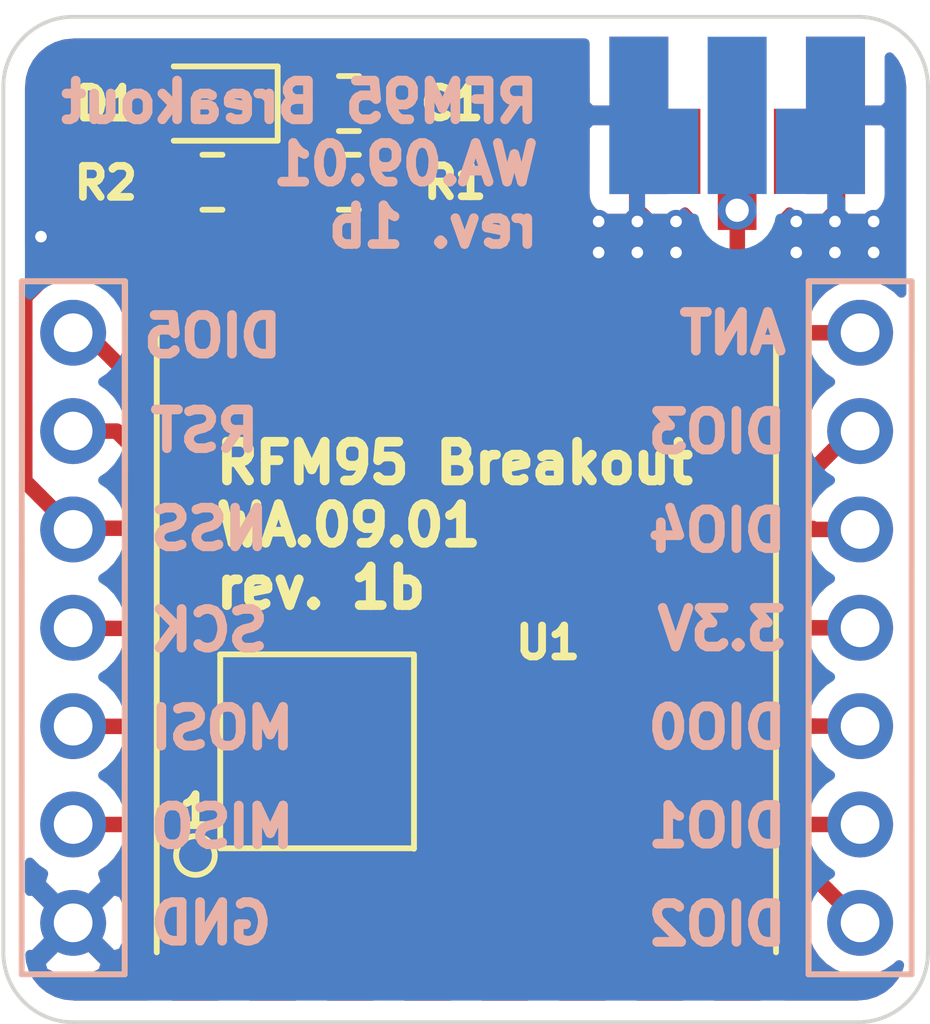
<source format=kicad_pcb>
(kicad_pcb (version 20171130) (host pcbnew 5.1.9+dfsg1-1)

  (general
    (thickness 1.6)
    (drawings 29)
    (tracks 96)
    (zones 0)
    (modules 8)
    (nets 16)
  )

  (page A4)
  (title_block
    (title "RFM95 Breakout Board")
    (date 2018-10-14)
    (rev 1b)
    (company WA)
  )

  (layers
    (0 F.Cu signal)
    (31 B.Cu signal)
    (32 B.Adhes user)
    (33 F.Adhes user)
    (34 B.Paste user)
    (35 F.Paste user)
    (36 B.SilkS user)
    (37 F.SilkS user)
    (38 B.Mask user)
    (39 F.Mask user)
    (40 Dwgs.User user)
    (41 Cmts.User user)
    (42 Eco1.User user)
    (43 Eco2.User user)
    (44 Edge.Cuts user)
    (45 Margin user)
    (46 B.CrtYd user)
    (47 F.CrtYd user)
    (48 B.Fab user)
    (49 F.Fab user)
  )

  (setup
    (last_trace_width 0.4)
    (user_trace_width 0.508)
    (user_trace_width 0.6)
    (user_trace_width 1)
    (trace_clearance 0.2)
    (zone_clearance 0.508)
    (zone_45_only no)
    (trace_min 0.4)
    (via_size 0.8)
    (via_drill 0.4)
    (via_min_size 0.4)
    (via_min_drill 0.3)
    (uvia_size 0.3)
    (uvia_drill 0.1)
    (uvias_allowed no)
    (uvia_min_size 0.2)
    (uvia_min_drill 0.1)
    (edge_width 0.1)
    (segment_width 0.1)
    (pcb_text_width 0.3)
    (pcb_text_size 1.5 1.5)
    (mod_edge_width 0.15)
    (mod_text_size 1 1)
    (mod_text_width 0.25)
    (pad_size 1.7 1.7)
    (pad_drill 1)
    (pad_to_mask_clearance 0.2)
    (solder_mask_min_width 0.25)
    (aux_axis_origin 0 0)
    (visible_elements 7FFFFFFF)
    (pcbplotparams
      (layerselection 0x00000_7fffffff)
      (usegerberextensions true)
      (usegerberattributes false)
      (usegerberadvancedattributes false)
      (creategerberjobfile false)
      (excludeedgelayer true)
      (linewidth 0.100000)
      (plotframeref false)
      (viasonmask false)
      (mode 1)
      (useauxorigin false)
      (hpglpennumber 1)
      (hpglpenspeed 20)
      (hpglpendiameter 15.000000)
      (psnegative true)
      (psa4output false)
      (plotreference false)
      (plotvalue false)
      (plotinvisibletext false)
      (padsonsilk true)
      (subtractmaskfromsilk false)
      (outputformat 5)
      (mirror true)
      (drillshape 1)
      (scaleselection 1)
      (outputdirectory "svg/"))
  )

  (net 0 "")
  (net 1 GND)
  (net 2 +3V3)
  (net 3 /MISO)
  (net 4 /MOSI)
  (net 5 /SCK)
  (net 6 /NSS)
  (net 7 /RST)
  (net 8 /DIO5)
  (net 9 /ANT)
  (net 10 /DIO3)
  (net 11 /DIO4)
  (net 12 /DIO0)
  (net 13 /DIO1)
  (net 14 /DIO2)
  (net 15 "Net-(D1-Pad2)")

  (net_class Default "This is the default net class."
    (clearance 0.2)
    (trace_width 0.4)
    (via_dia 0.8)
    (via_drill 0.4)
    (uvia_dia 0.3)
    (uvia_drill 0.1)
    (diff_pair_width 0.4)
    (diff_pair_gap 0.25)
    (add_net +3V3)
    (add_net /ANT)
    (add_net /DIO0)
    (add_net /DIO1)
    (add_net /DIO2)
    (add_net /DIO3)
    (add_net /DIO4)
    (add_net /DIO5)
    (add_net /MISO)
    (add_net /MOSI)
    (add_net /NSS)
    (add_net /RST)
    (add_net /SCK)
    (add_net GND)
    (add_net "Net-(D1-Pad2)")
  )

  (module lib_fp:RFM95W (layer F.Cu) (tedit 5DB5802F) (tstamp 5DB5AB91)
    (at 128.1303 92.2782 90)
    (path /5DB4FF16)
    (attr smd)
    (fp_text reference U1 (at 0 2.1082 180) (layer F.SilkS)
      (effects (font (size 0.8 0.8) (thickness 0.2)))
    )
    (fp_text value RFM95W (at 0 -9 90) (layer F.Fab)
      (effects (font (size 1 1) (thickness 0.15)))
    )
    (fp_circle (center -5.5 -7) (end -5.5 -6.5) (layer F.SilkS) (width 0.15))
    (fp_line (start -8 8) (end 8 8) (layer F.SilkS) (width 0.15))
    (fp_line (start -8 -8) (end 8 -8) (layer F.SilkS) (width 0.15))
    (pad 16 smd rect (at 8 -7 90) (size 2.5 1.2) (layers F.Cu F.Paste F.Mask)
      (net 14 /DIO2))
    (pad 15 smd rect (at 8 -5 90) (size 2.5 1.2) (layers F.Cu F.Paste F.Mask)
      (net 13 /DIO1))
    (pad 14 smd rect (at 8 -3 90) (size 2.5 1.2) (layers F.Cu F.Paste F.Mask)
      (net 12 /DIO0))
    (pad 13 smd rect (at 8 -1 90) (size 2.5 1.2) (layers F.Cu F.Paste F.Mask)
      (net 2 +3V3))
    (pad 12 smd rect (at 8 1 90) (size 2.5 1.2) (layers F.Cu F.Paste F.Mask)
      (net 11 /DIO4))
    (pad 11 smd rect (at 8 3 90) (size 2.5 1.2) (layers F.Cu F.Paste F.Mask)
      (net 10 /DIO3))
    (pad 10 smd rect (at 8 5 90) (size 2.5 1.2) (layers F.Cu F.Paste F.Mask)
      (net 1 GND))
    (pad 9 smd rect (at 8 7 90) (size 2.5 1.2) (layers F.Cu F.Paste F.Mask)
      (net 9 /ANT))
    (pad 8 smd rect (at -8 7 90) (size 2.5 1.2) (layers F.Cu F.Paste F.Mask)
      (net 1 GND))
    (pad 7 smd rect (at -8 5 90) (size 2.5 1.2) (layers F.Cu F.Paste F.Mask)
      (net 8 /DIO5))
    (pad 6 smd rect (at -8 3 90) (size 2.5 1.2) (layers F.Cu F.Paste F.Mask)
      (net 7 /RST))
    (pad 5 smd rect (at -8 1 90) (size 2.5 1.2) (layers F.Cu F.Paste F.Mask)
      (net 6 /NSS))
    (pad 4 smd rect (at -8 -1 90) (size 2.5 1.2) (layers F.Cu F.Paste F.Mask)
      (net 5 /SCK))
    (pad 3 smd rect (at -8 -3 90) (size 2.5 1.2) (layers F.Cu F.Paste F.Mask)
      (net 4 /MOSI))
    (pad 2 smd rect (at -8 -5 90) (size 2.5 1.2) (layers F.Cu F.Paste F.Mask)
      (net 3 /MISO))
    (pad 1 smd rect (at -8 -7 90) (size 2.5 1.2) (layers F.Cu F.Paste F.Mask)
      (net 1 GND))
    (model C:/Engineering/KiCAD_Libraries/3D/Modules/VRML/RFM95W.wrl
      (at (xyz 0 0 0))
      (scale (xyz 1 1 1))
      (rotate (xyz 0 0 0))
    )
    (model ${KIPRJMOD}/lib_3D/RFM9xW.step
      (offset (xyz 8 8 1))
      (scale (xyz 1 1 1))
      (rotate (xyz 0 0 180))
    )
  )

  (module lib_fp:Connector_Coaxial_SMA_edge_combined (layer B.Cu) (tedit 5DB57469) (tstamp 5DB58A29)
    (at 135.1262 78.6638 180)
    (path /5BC28DAD)
    (fp_text reference J3 (at 3.224 -1.4224) (layer B.SilkS) hide
      (effects (font (size 1 1) (thickness 0.25)) (justify mirror))
    )
    (fp_text value Conn_Coaxial (at 0.9507 0.7874) (layer B.SilkS) hide
      (effects (font (size 1 1) (thickness 0.25)) (justify mirror))
    )
    (pad 1 thru_hole circle (at 0 -2.45 180) (size 1 1) (drill 0.6) (layers *.Cu *.Mask)
      (net 9 /ANT))
    (pad 1 smd rect (at 0 -2.435 180) (size 1 1.05) (layers F.Cu F.Paste F.Mask)
      (net 9 /ANT))
    (pad 2 smd rect (at -1.475 -0.93 180) (size 1.05 2.2) (layers F.Cu F.Paste F.Mask)
      (net 1 GND))
    (pad 2 smd rect (at 1.475 -0.93 180) (size 1.05 2.2) (layers F.Cu F.Paste F.Mask)
      (net 1 GND))
    (pad 2 smd rect (at -1.53 -0.93 180) (size 1.05 2.2) (layers B.Cu B.Paste B.Mask)
      (net 1 GND))
    (pad 2 smd rect (at 1.53 -0.93 180) (size 1.05 2.2) (layers B.Cu B.Paste B.Mask)
      (net 1 GND))
    (pad 1 smd rect (at 0 0 180) (size 1.524 4.064) (layers B.Cu B.Paste B.Mask)
      (net 9 /ANT))
    (pad 2 smd rect (at -2.54 0 180) (size 1.524 4.064) (layers B.Cu B.Paste B.Mask)
      (net 1 GND))
    (pad 2 smd rect (at 2.54 0 180) (size 1.524 4.064) (layers B.Cu B.Paste B.Mask)
      (net 1 GND))
    (pad 2 smd rect (at -2.54 0 180) (size 1.524 4.064) (layers F.Cu F.Paste F.Mask)
      (net 1 GND))
    (pad 2 smd rect (at 2.54 0 180) (size 1.524 4.064) (layers F.Cu F.Paste F.Mask)
      (net 1 GND))
    (model ${KIPRJMOD}/lib_3D/Connector_Coaxial_SMA_edge_clear.wrl
      (at (xyz 0 0 0))
      (scale (xyz 1 1 1))
      (rotate (xyz 180 180 0))
    )
    (model "${KIPRJMOD}/lib_3D/Connector Coaxial U.FL_Hirose_U.FL-R-SMT-1_Vertical.step"
      (offset (xyz 0 -0.9 -2))
      (scale (xyz 1 1 1))
      (rotate (xyz 180 0 0))
    )
    (model ${KIPRJMOD}/lib_3D/Connector_Coaxial_SMA_edge_clear.step
      (offset (xyz 0 2.7 -1))
      (scale (xyz 1 1 1))
      (rotate (xyz 90 180 0))
    )
  )

  (module Capacitor_SMD:C_0805_2012Metric (layer F.Cu) (tedit 5BC3373A) (tstamp 5BCEC584)
    (at 125.095 78.359)
    (descr "Capacitor SMD 0805 (2012 Metric), square (rectangular) end terminal, IPC_7351 nominal, (Body size source: https://docs.google.com/spreadsheets/d/1BsfQQcO9C6DZCsRaXUlFlo91Tg2WpOkGARC1WS5S8t0/edit?usp=sharing), generated with kicad-footprint-generator")
    (tags capacitor)
    (path /5BC27990)
    (attr smd)
    (fp_text reference C1 (at 2.667 0 180) (layer F.SilkS)
      (effects (font (size 0.8 0.8) (thickness 0.2)))
    )
    (fp_text value 10uF (at 0.127 -1.651 180) (layer F.Fab)
      (effects (font (size 1 1) (thickness 0.25)))
    )
    (fp_line (start -1 0.6) (end -1 -0.6) (layer F.Fab) (width 0.15))
    (fp_line (start -1 -0.6) (end 1 -0.6) (layer F.Fab) (width 0.15))
    (fp_line (start 1 -0.6) (end 1 0.6) (layer F.Fab) (width 0.15))
    (fp_line (start 1 0.6) (end -1 0.6) (layer F.Fab) (width 0.15))
    (fp_line (start -0.258578 -0.71) (end 0.258578 -0.71) (layer F.SilkS) (width 0.15))
    (fp_line (start -0.258578 0.71) (end 0.258578 0.71) (layer F.SilkS) (width 0.15))
    (fp_line (start -1.68 0.95) (end -1.68 -0.95) (layer F.CrtYd) (width 0.05))
    (fp_line (start -1.68 -0.95) (end 1.68 -0.95) (layer F.CrtYd) (width 0.05))
    (fp_line (start 1.68 -0.95) (end 1.68 0.95) (layer F.CrtYd) (width 0.05))
    (fp_line (start 1.68 0.95) (end -1.68 0.95) (layer F.CrtYd) (width 0.05))
    (fp_text user %R (at 0 0 180) (layer F.Fab)
      (effects (font (size 1 1) (thickness 0.25)))
    )
    (pad 2 smd roundrect (at 0.9375 0) (size 0.975 1.4) (layers F.Cu F.Paste F.Mask) (roundrect_rratio 0.25)
      (net 2 +3V3))
    (pad 1 smd roundrect (at -0.9375 0) (size 0.975 1.4) (layers F.Cu F.Paste F.Mask) (roundrect_rratio 0.25)
      (net 1 GND))
    (model ${KISYS3DMOD}/Capacitor_SMD.3dshapes/C_0805_2012Metric.wrl
      (at (xyz 0 0 0))
      (scale (xyz 1 1 1))
      (rotate (xyz 0 0 0))
    )
  )

  (module Resistor_SMD:R_0805_2012Metric (layer F.Cu) (tedit 5BC3375F) (tstamp 5C0B01AC)
    (at 125.095 80.391)
    (descr "Resistor SMD 0805 (2012 Metric), square (rectangular) end terminal, IPC_7351 nominal, (Body size source: https://docs.google.com/spreadsheets/d/1BsfQQcO9C6DZCsRaXUlFlo91Tg2WpOkGARC1WS5S8t0/edit?usp=sharing), generated with kicad-footprint-generator")
    (tags resistor)
    (path /5BC2924A)
    (attr smd)
    (fp_text reference R1 (at 2.7432 0.00254 180) (layer F.SilkS)
      (effects (font (size 0.8 0.8) (thickness 0.2)))
    )
    (fp_text value 10k (at 0 1.65 180) (layer F.Fab)
      (effects (font (size 1 1) (thickness 0.25)))
    )
    (fp_line (start 1.68 0.95) (end -1.68 0.95) (layer F.CrtYd) (width 0.05))
    (fp_line (start 1.68 -0.95) (end 1.68 0.95) (layer F.CrtYd) (width 0.05))
    (fp_line (start -1.68 -0.95) (end 1.68 -0.95) (layer F.CrtYd) (width 0.05))
    (fp_line (start -1.68 0.95) (end -1.68 -0.95) (layer F.CrtYd) (width 0.05))
    (fp_line (start -0.258578 0.71) (end 0.258578 0.71) (layer F.SilkS) (width 0.15))
    (fp_line (start -0.258578 -0.71) (end 0.258578 -0.71) (layer F.SilkS) (width 0.15))
    (fp_line (start 1 0.6) (end -1 0.6) (layer F.Fab) (width 0.15))
    (fp_line (start 1 -0.6) (end 1 0.6) (layer F.Fab) (width 0.15))
    (fp_line (start -1 -0.6) (end 1 -0.6) (layer F.Fab) (width 0.15))
    (fp_line (start -1 0.6) (end -1 -0.6) (layer F.Fab) (width 0.15))
    (fp_text user %R (at 0 0 180) (layer F.Fab)
      (effects (font (size 1 1) (thickness 0.25)))
    )
    (pad 1 smd roundrect (at -0.9375 0) (size 0.975 1.4) (layers F.Cu F.Paste F.Mask) (roundrect_rratio 0.25)
      (net 2 +3V3))
    (pad 2 smd roundrect (at 0.9375 0) (size 0.975 1.4) (layers F.Cu F.Paste F.Mask) (roundrect_rratio 0.25)
      (net 6 /NSS))
    (model ${KISYS3DMOD}/Resistor_SMD.3dshapes/R_0805_2012Metric.wrl
      (at (xyz 0 0 0))
      (scale (xyz 1 1 1))
      (rotate (xyz 0 0 0))
    )
  )

  (module LED_SMD:LED_0805_2012Metric (layer F.Cu) (tedit 5BC33745) (tstamp 5BDAC187)
    (at 121.56948 78.359 180)
    (descr "LED SMD 0805 (2012 Metric), square (rectangular) end terminal, IPC_7351 nominal, (Body size source: https://docs.google.com/spreadsheets/d/1BsfQQcO9C6DZCsRaXUlFlo91Tg2WpOkGARC1WS5S8t0/edit?usp=sharing), generated with kicad-footprint-generator")
    (tags diode)
    (path /5BC3DBA4)
    (attr smd)
    (fp_text reference D1 (at 2.72796 -0.00254 180) (layer F.SilkS)
      (effects (font (size 0.8 0.8) (thickness 0.2)))
    )
    (fp_text value LED (at 0.03048 1.651 180) (layer F.Fab)
      (effects (font (size 1 1) (thickness 0.25)))
    )
    (fp_line (start 1.68 0.95) (end -1.68 0.95) (layer F.CrtYd) (width 0.05))
    (fp_line (start 1.68 -0.95) (end 1.68 0.95) (layer F.CrtYd) (width 0.05))
    (fp_line (start -1.68 -0.95) (end 1.68 -0.95) (layer F.CrtYd) (width 0.05))
    (fp_line (start -1.68 0.95) (end -1.68 -0.95) (layer F.CrtYd) (width 0.05))
    (fp_line (start -1.685 0.96) (end 1 0.96) (layer F.SilkS) (width 0.15))
    (fp_line (start -1.685 -0.96) (end -1.685 0.96) (layer F.SilkS) (width 0.15))
    (fp_line (start 1 -0.96) (end -1.685 -0.96) (layer F.SilkS) (width 0.15))
    (fp_line (start 1 0.6) (end 1 -0.6) (layer F.Fab) (width 0.15))
    (fp_line (start -1 0.6) (end 1 0.6) (layer F.Fab) (width 0.15))
    (fp_line (start -1 -0.3) (end -1 0.6) (layer F.Fab) (width 0.15))
    (fp_line (start -0.7 -0.6) (end -1 -0.3) (layer F.Fab) (width 0.15))
    (fp_line (start 1 -0.6) (end -0.7 -0.6) (layer F.Fab) (width 0.15))
    (fp_text user %R (at 0 0 180) (layer F.Fab)
      (effects (font (size 1 1) (thickness 0.25)))
    )
    (pad 1 smd roundrect (at -0.9375 0 180) (size 0.975 1.4) (layers F.Cu F.Paste F.Mask) (roundrect_rratio 0.25)
      (net 1 GND))
    (pad 2 smd roundrect (at 0.9375 0 180) (size 0.975 1.4) (layers F.Cu F.Paste F.Mask) (roundrect_rratio 0.25)
      (net 15 "Net-(D1-Pad2)"))
    (model ${KISYS3DMOD}/LED_SMD.3dshapes/LED_0805_2012Metric.wrl
      (at (xyz 0 0 0))
      (scale (xyz 1 1 1))
      (rotate (xyz 0 0 0))
    )
  )

  (module Resistor_SMD:R_0805_2012Metric (layer F.Cu) (tedit 5BC33751) (tstamp 5BDAC198)
    (at 121.56948 80.391)
    (descr "Resistor SMD 0805 (2012 Metric), square (rectangular) end terminal, IPC_7351 nominal, (Body size source: https://docs.google.com/spreadsheets/d/1BsfQQcO9C6DZCsRaXUlFlo91Tg2WpOkGARC1WS5S8t0/edit?usp=sharing), generated with kicad-footprint-generator")
    (tags resistor)
    (path /5BC3DC52)
    (attr smd)
    (fp_text reference R2 (at -2.7559 0.01778) (layer F.SilkS)
      (effects (font (size 0.8 0.8) (thickness 0.2)))
    )
    (fp_text value 330 (at 0 1.65) (layer F.Fab)
      (effects (font (size 1 1) (thickness 0.25)))
    )
    (fp_line (start 1.68 0.95) (end -1.68 0.95) (layer F.CrtYd) (width 0.05))
    (fp_line (start 1.68 -0.95) (end 1.68 0.95) (layer F.CrtYd) (width 0.05))
    (fp_line (start -1.68 -0.95) (end 1.68 -0.95) (layer F.CrtYd) (width 0.05))
    (fp_line (start -1.68 0.95) (end -1.68 -0.95) (layer F.CrtYd) (width 0.05))
    (fp_line (start -0.258578 0.71) (end 0.258578 0.71) (layer F.SilkS) (width 0.15))
    (fp_line (start -0.258578 -0.71) (end 0.258578 -0.71) (layer F.SilkS) (width 0.15))
    (fp_line (start 1 0.6) (end -1 0.6) (layer F.Fab) (width 0.15))
    (fp_line (start 1 -0.6) (end 1 0.6) (layer F.Fab) (width 0.15))
    (fp_line (start -1 -0.6) (end 1 -0.6) (layer F.Fab) (width 0.15))
    (fp_line (start -1 0.6) (end -1 -0.6) (layer F.Fab) (width 0.15))
    (fp_text user %R (at 0 0) (layer F.Fab)
      (effects (font (size 1 1) (thickness 0.25)))
    )
    (pad 1 smd roundrect (at -0.9375 0) (size 0.975 1.4) (layers F.Cu F.Paste F.Mask) (roundrect_rratio 0.25)
      (net 15 "Net-(D1-Pad2)"))
    (pad 2 smd roundrect (at 0.9375 0) (size 0.975 1.4) (layers F.Cu F.Paste F.Mask) (roundrect_rratio 0.25)
      (net 2 +3V3))
    (model ${KISYS3DMOD}/Resistor_SMD.3dshapes/R_0805_2012Metric.wrl
      (at (xyz 0 0 0))
      (scale (xyz 1 1 1))
      (rotate (xyz 0 0 0))
    )
  )

  (module lib_fp:PinHeader_1x07_P2.54mm_Vertical_2 (layer B.Cu) (tedit 5BC2CF9D) (tstamp 5C23BB46)
    (at 117.9703 99.5172)
    (descr "Through hole straight pin header, 1x07, 2.54mm pitch, single row")
    (tags "Through hole pin header THT 1x07 2.54mm single row")
    (path /5BC2D76F)
    (fp_text reference J1 (at 1.9812 -1.7145) (layer B.SilkS) hide
      (effects (font (size 1 1) (thickness 0.25)) (justify mirror))
    )
    (fp_text value Conn_01x07 (at 4.2672 -17.7927) (layer B.Fab)
      (effects (font (size 1 1) (thickness 0.25)) (justify mirror))
    )
    (fp_line (start -0.635 1.27) (end 1.27 1.27) (layer B.Fab) (width 0.15))
    (fp_line (start 1.27 1.27) (end 1.27 -16.51) (layer B.Fab) (width 0.15))
    (fp_line (start 1.27 -16.51) (end -1.27 -16.51) (layer B.Fab) (width 0.15))
    (fp_line (start -1.27 -16.51) (end -1.27 0.635) (layer B.Fab) (width 0.15))
    (fp_line (start -1.27 0.635) (end -0.635 1.27) (layer B.Fab) (width 0.15))
    (fp_line (start -1.33 -16.57) (end 1.33 -16.57) (layer B.SilkS) (width 0.15))
    (fp_line (start -1.33 1.33) (end -1.33 -16.57) (layer B.SilkS) (width 0.15))
    (fp_line (start 1.33 1.33) (end 1.33 -16.57) (layer B.SilkS) (width 0.15))
    (fp_line (start -1.8 1.8) (end -1.8 -17.05) (layer B.CrtYd) (width 0.05))
    (fp_line (start -1.8 -17.05) (end 1.8 -17.05) (layer B.CrtYd) (width 0.05))
    (fp_line (start 1.8 -17.05) (end 1.8 1.8) (layer B.CrtYd) (width 0.05))
    (fp_line (start 1.8 1.8) (end -1.8 1.8) (layer B.CrtYd) (width 0.05))
    (fp_line (start -1.33 1.33) (end 1.33 1.33) (layer F.SilkS) (width 0.15))
    (fp_line (start 1.33 1.33) (end 1.34 -16.57) (layer F.SilkS) (width 0.15))
    (fp_line (start -1.33 1.33) (end -1.32 -16.57) (layer F.SilkS) (width 0.15))
    (fp_line (start -1.33 -16.57) (end 1.33 -16.57) (layer F.SilkS) (width 0.15))
    (fp_line (start -1.33 1.33) (end 1.33 1.33) (layer B.SilkS) (width 0.15))
    (fp_text user %R (at 0 -7.62 -90) (layer B.Fab)
      (effects (font (size 1 1) (thickness 0.25)) (justify mirror))
    )
    (pad 7 thru_hole oval (at 0 -15.24) (size 1.7 1.7) (drill 1) (layers *.Cu *.Mask)
      (net 8 /DIO5))
    (pad 6 thru_hole oval (at 0 -12.7) (size 1.7 1.7) (drill 1) (layers *.Cu *.Mask)
      (net 7 /RST))
    (pad 5 thru_hole oval (at 0 -10.16) (size 1.7 1.7) (drill 1) (layers *.Cu *.Mask)
      (net 6 /NSS))
    (pad 4 thru_hole oval (at 0 -7.62) (size 1.7 1.7) (drill 1) (layers *.Cu *.Mask)
      (net 5 /SCK))
    (pad 3 thru_hole oval (at 0 -5.08) (size 1.7 1.7) (drill 1) (layers *.Cu *.Mask)
      (net 4 /MOSI))
    (pad 2 thru_hole oval (at 0 -2.54) (size 1.7 1.7) (drill 1) (layers *.Cu *.Mask)
      (net 3 /MISO))
    (pad 1 thru_hole circle (at 0 0) (size 1.7 1.7) (drill 1) (layers *.Cu *.Mask)
      (net 1 GND))
    (model ${KISYS3DMOD}/Connector_PinHeader_2.54mm.3dshapes/PinHeader_1x07_P2.54mm_Vertical.wrl
      (at (xyz 0 0 0))
      (scale (xyz 1 1 1))
      (rotate (xyz 0 0 0))
    )
  )

  (module lib_fp:PinHeader_1x07_P2.54mm_Vertical_2 (layer B.Cu) (tedit 5BC38134) (tstamp 5C23BCB9)
    (at 138.303 99.5172)
    (descr "Through hole straight pin header, 1x07, 2.54mm pitch, single row")
    (tags "Through hole pin header THT 1x07 2.54mm single row")
    (path /5BC2D860)
    (fp_text reference J2 (at -2.032 -1.8542) (layer B.SilkS) hide
      (effects (font (size 1 1) (thickness 0.25)) (justify mirror))
    )
    (fp_text value Conn_01x07 (at -4.41706 -17.39138) (layer B.Fab) hide
      (effects (font (size 1 1) (thickness 0.25)) (justify mirror))
    )
    (fp_line (start -0.635 1.27) (end 1.27 1.27) (layer B.Fab) (width 0.15))
    (fp_line (start 1.27 1.27) (end 1.27 -16.51) (layer B.Fab) (width 0.15))
    (fp_line (start 1.27 -16.51) (end -1.27 -16.51) (layer B.Fab) (width 0.15))
    (fp_line (start -1.27 -16.51) (end -1.27 0.635) (layer B.Fab) (width 0.15))
    (fp_line (start -1.27 0.635) (end -0.635 1.27) (layer B.Fab) (width 0.15))
    (fp_line (start -1.33 -16.57) (end 1.33 -16.57) (layer B.SilkS) (width 0.15))
    (fp_line (start -1.33 1.33) (end -1.33 -16.57) (layer B.SilkS) (width 0.15))
    (fp_line (start 1.33 1.33) (end 1.33 -16.57) (layer B.SilkS) (width 0.15))
    (fp_line (start -1.8 1.8) (end -1.8 -17.05) (layer B.CrtYd) (width 0.05))
    (fp_line (start -1.8 -17.05) (end 1.8 -17.05) (layer B.CrtYd) (width 0.05))
    (fp_line (start 1.8 -17.05) (end 1.8 1.8) (layer B.CrtYd) (width 0.05))
    (fp_line (start 1.8 1.8) (end -1.8 1.8) (layer B.CrtYd) (width 0.05))
    (fp_line (start -1.33 1.33) (end 1.33 1.33) (layer F.SilkS) (width 0.15))
    (fp_line (start 1.33 1.33) (end 1.34 -16.57) (layer F.SilkS) (width 0.15))
    (fp_line (start -1.33 1.33) (end -1.32 -16.57) (layer F.SilkS) (width 0.15))
    (fp_line (start -1.33 -16.57) (end 1.33 -16.57) (layer F.SilkS) (width 0.15))
    (fp_line (start -1.33 1.33) (end 1.33 1.33) (layer B.SilkS) (width 0.15))
    (fp_text user %R (at 0 -7.62 -90) (layer B.Fab)
      (effects (font (size 1 1) (thickness 0.25)) (justify mirror))
    )
    (pad 7 thru_hole oval (at 0 -15.24) (size 1.7 1.7) (drill 1) (layers *.Cu *.Mask)
      (net 9 /ANT))
    (pad 6 thru_hole oval (at 0 -12.7) (size 1.7 1.7) (drill 1) (layers *.Cu *.Mask)
      (net 10 /DIO3))
    (pad 5 thru_hole oval (at 0 -10.16) (size 1.7 1.7) (drill 1) (layers *.Cu *.Mask)
      (net 11 /DIO4))
    (pad 4 thru_hole oval (at 0 -7.62) (size 1.7 1.7) (drill 1) (layers *.Cu *.Mask)
      (net 2 +3V3))
    (pad 3 thru_hole oval (at 0 -5.08) (size 1.7 1.7) (drill 1) (layers *.Cu *.Mask)
      (net 12 /DIO0))
    (pad 2 thru_hole oval (at 0 -2.54) (size 1.7 1.7) (drill 1) (layers *.Cu *.Mask)
      (net 13 /DIO1))
    (pad 1 thru_hole circle (at 0 0) (size 1.7 1.7) (drill 1) (layers *.Cu *.Mask)
      (net 14 /DIO2))
    (model ${KISYS3DMOD}/Connector_PinHeader_2.54mm.3dshapes/PinHeader_1x07_P2.54mm_Vertical.wrl
      (at (xyz 0 0 0))
      (scale (xyz 1 1 1))
      (rotate (xyz 0 0 0))
    )
  )

  (gr_text "RFM95 Breakout\nWA.09.01\nrev. 1b" (at 130.10642 79.92618) (layer B.SilkS) (tstamp 5C2FC3B2)
    (effects (font (size 1 1) (thickness 0.25)) (justify left mirror))
  )
  (gr_text "RFM95 Breakout\nWA.09.01\nrev. 1b" (at 121.54154 89.25306) (layer F.SilkS)
    (effects (font (size 1 1) (thickness 0.25)) (justify left))
  )
  (gr_text DIO2 (at 136.50976 99.55784) (layer B.SilkS)
    (effects (font (size 1 1) (thickness 0.25)) (justify left mirror))
  )
  (gr_text DIO1 (at 136.50976 97.02292) (layer B.SilkS)
    (effects (font (size 1 1) (thickness 0.25)) (justify left mirror))
  )
  (gr_text DIO0 (at 136.50976 94.47784) (layer B.SilkS)
    (effects (font (size 1 1) (thickness 0.25)) (justify left mirror))
  )
  (gr_text 3.3V (at 136.50976 91.93276) (layer B.SilkS)
    (effects (font (size 1 1) (thickness 0.25)) (justify left mirror))
  )
  (gr_text DIO4 (at 136.50976 89.39022) (layer B.SilkS)
    (effects (font (size 1 1) (thickness 0.25)) (justify left mirror))
  )
  (gr_text DIO3 (at 136.50976 86.84514) (layer B.SilkS)
    (effects (font (size 1 1) (thickness 0.25)) (justify left mirror))
  )
  (gr_text ANT (at 136.50976 84.2899) (layer B.SilkS)
    (effects (font (size 1 1) (thickness 0.25)) (justify left mirror))
  )
  (gr_text GND (at 119.84736 99.5299) (layer B.SilkS)
    (effects (font (size 1 1) (thickness 0.25)) (justify right mirror))
  )
  (gr_text MISO (at 119.84736 97.03816) (layer B.SilkS)
    (effects (font (size 1 1) (thickness 0.25)) (justify right mirror))
  )
  (gr_text MOSI (at 119.84736 94.49054) (layer B.SilkS)
    (effects (font (size 1 1) (thickness 0.25)) (justify right mirror))
  )
  (gr_text SCK (at 119.84736 91.9607) (layer B.SilkS)
    (effects (font (size 1 1) (thickness 0.25)) (justify right mirror))
  )
  (gr_text NSS (at 119.84736 89.3445) (layer B.SilkS)
    (effects (font (size 1 1) (thickness 0.25)) (justify right mirror))
  )
  (gr_text RST (at 119.84736 86.80958) (layer B.SilkS)
    (effects (font (size 1 1) (thickness 0.25)) (justify right mirror))
  )
  (gr_text DIO5 (at 121.57456 84.36864) (layer B.SilkS)
    (effects (font (size 1 1) (thickness 0.25)) (justify mirror))
  )
  (gr_line (start 121.7676 92.583) (end 126.77648 92.583) (layer F.SilkS) (width 0.15) (tstamp 5C0AF562))
  (gr_line (start 126.77648 97.60458) (end 126.77648 92.5957) (layer F.SilkS) (width 0.15) (tstamp 5C0AF561))
  (gr_line (start 126.77902 97.59188) (end 121.77014 97.59188) (layer F.SilkS) (width 0.15) (tstamp 5C0AF559))
  (gr_line (start 121.77014 92.583) (end 121.77014 97.59188) (layer F.SilkS) (width 0.15))
  (gr_text 1 (at 121.1326 96.6343) (layer F.SilkS)
    (effects (font (size 0.8 0.8) (thickness 0.2)))
  )
  (gr_arc (start 117.9703 77.92212) (end 117.9703 76.11872) (angle -90) (layer Edge.Cuts) (width 0.1) (tstamp 5BFEDB09))
  (gr_arc (start 138.2522 77.92212) (end 140.0556 77.92212) (angle -90) (layer Edge.Cuts) (width 0.1) (tstamp 5BFEDACD))
  (gr_arc (start 138.2522 100.2792) (end 138.2522 102.0826) (angle -90) (layer Edge.Cuts) (width 0.1) (tstamp 5BFEDAB6))
  (gr_arc (start 117.9703 100.2792) (end 116.1669 100.2792) (angle -90) (layer Edge.Cuts) (width 0.1))
  (gr_line (start 138.2522 76.11872) (end 117.9703 76.11872) (layer Edge.Cuts) (width 0.1))
  (gr_line (start 140.0556 100.2792) (end 140.0556 77.92212) (layer Edge.Cuts) (width 0.1))
  (gr_line (start 117.9703 102.0826) (end 138.2522 102.0826) (layer Edge.Cuts) (width 0.1) (tstamp 5BFED8D7))
  (gr_line (start 116.1669 77.92212) (end 116.1669 100.2792) (layer Edge.Cuts) (width 0.1))

  (segment (start 135.1303 100.2782) (end 135.153398 100.301298) (width 0.4) (layer F.Cu) (net 1))
  (segment (start 135.153398 100.301298) (end 135.153398 100.30968) (width 0.4) (layer F.Cu) (net 1))
  (via (at 117.13972 81.79562) (size 0.6) (drill 0.3) (layers F.Cu B.Cu) (net 1) (tstamp 5BCFCB51))
  (segment (start 137.65784 78.3844) (end 136.72784 79.3144) (width 0.4) (layer F.Cu) (net 1))
  (segment (start 132.57784 78.3844) (end 133.50784 79.3144) (width 0.4) (layer F.Cu) (net 1))
  (via (at 131.54762 81.40446) (size 0.6) (drill 0.3) (layers F.Cu B.Cu) (net 1) (tstamp 5BCFC91A))
  (via (at 132.54762 81.40446) (size 0.6) (drill 0.3) (layers F.Cu B.Cu) (net 1) (tstamp 5BCFC91B))
  (via (at 133.54762 81.40446) (size 0.6) (drill 0.3) (layers F.Cu B.Cu) (net 1) (tstamp 5BCFC91C))
  (via (at 136.65354 81.40446) (size 0.6) (drill 0.3) (layers F.Cu B.Cu) (net 1) (tstamp 5BCFC920))
  (via (at 137.65354 81.40446) (size 0.6) (drill 0.3) (layers F.Cu B.Cu) (net 1) (tstamp 5BCFC921))
  (via (at 138.65354 81.40446) (size 0.6) (drill 0.3) (layers F.Cu B.Cu) (net 1) (tstamp 5BCFC922))
  (via (at 131.54762 82.20446) (size 0.6) (drill 0.3) (layers F.Cu B.Cu) (net 1) (tstamp 5BCFC927))
  (via (at 132.54762 82.20446) (size 0.6) (drill 0.3) (layers F.Cu B.Cu) (net 1) (tstamp 5BCFC928))
  (via (at 133.54762 82.20446) (size 0.6) (drill 0.3) (layers F.Cu B.Cu) (net 1) (tstamp 5BCFC929))
  (via (at 136.65354 82.20446) (size 0.6) (drill 0.3) (layers F.Cu B.Cu) (net 1) (tstamp 5BCFC92D))
  (via (at 137.65354 82.20446) (size 0.6) (drill 0.3) (layers F.Cu B.Cu) (net 1) (tstamp 5BCFC92E))
  (via (at 138.65354 82.20446) (size 0.6) (drill 0.3) (layers F.Cu B.Cu) (net 1) (tstamp 5BCFC92F))
  (segment (start 122.50698 77.9064) (end 122.50698 77.75194) (width 0.4) (layer F.Cu) (net 1))
  (segment (start 132.8212 79.5938) (end 132.54762 79.86738) (width 0.4) (layer B.Cu) (net 1))
  (segment (start 133.5962 79.5938) (end 132.8212 79.5938) (width 0.4) (layer B.Cu) (net 1))
  (segment (start 137.4312 79.5938) (end 137.65354 79.81614) (width 0.4) (layer B.Cu) (net 1))
  (segment (start 136.6562 79.5938) (end 137.4312 79.5938) (width 0.4) (layer B.Cu) (net 1))
  (segment (start 132.54762 78.70238) (end 132.5862 78.6638) (width 0.4) (layer B.Cu) (net 1))
  (segment (start 132.54762 81.40446) (end 132.54762 78.70238) (width 0.4) (layer B.Cu) (net 1))
  (segment (start 137.65354 78.67646) (end 137.6662 78.6638) (width 0.4) (layer B.Cu) (net 1))
  (segment (start 137.65354 81.40446) (end 137.65354 78.67646) (width 0.4) (layer B.Cu) (net 1))
  (segment (start 137.100919 91.8972) (end 138.303 91.8972) (width 0.4) (layer F.Cu) (net 2))
  (segment (start 133.7818 91.8972) (end 137.100919 91.8972) (width 0.4) (layer F.Cu) (net 2))
  (segment (start 127.1303 85.2457) (end 133.7818 91.8972) (width 0.4) (layer F.Cu) (net 2))
  (segment (start 127.1303 84.2782) (end 127.1303 85.2457) (width 0.4) (layer F.Cu) (net 2))
  (segment (start 122.50698 80.391) (end 124.1575 80.391) (width 0.4) (layer F.Cu) (net 2))
  (segment (start 127.1303 79.4568) (end 126.0325 78.359) (width 0.4) (layer F.Cu) (net 2))
  (segment (start 127.1303 84.2782) (end 127.1303 79.4568) (width 0.4) (layer F.Cu) (net 2))
  (segment (start 124.1575 80.32635) (end 124.1575 80.391) (width 0.4) (layer F.Cu) (net 2))
  (segment (start 126.0325 78.45135) (end 124.1575 80.32635) (width 0.4) (layer F.Cu) (net 2))
  (segment (start 126.0325 78.359) (end 126.0325 78.45135) (width 0.4) (layer F.Cu) (net 2))
  (segment (start 123.1303 99.1019) (end 123.1303 100.2782) (width 0.4) (layer F.Cu) (net 3))
  (segment (start 121.0056 96.9772) (end 123.1303 99.1019) (width 0.4) (layer F.Cu) (net 3))
  (segment (start 117.9703 96.9772) (end 121.0056 96.9772) (width 0.4) (layer F.Cu) (net 3))
  (segment (start 125.1303 99.1207) (end 125.1303 100.2782) (width 0.4) (layer F.Cu) (net 4))
  (segment (start 120.45188 94.44228) (end 125.1303 99.1207) (width 0.4) (layer F.Cu) (net 4))
  (segment (start 117.97538 94.44228) (end 120.45188 94.44228) (width 0.4) (layer F.Cu) (net 4))
  (segment (start 117.9703 94.4372) (end 117.97538 94.44228) (width 0.4) (layer F.Cu) (net 4))
  (segment (start 127.1303 99.12426) (end 127.1303 100.2782) (width 0.4) (layer F.Cu) (net 5))
  (segment (start 119.91848 91.91244) (end 127.1303 99.12426) (width 0.4) (layer F.Cu) (net 5))
  (segment (start 117.9703 91.8972) (end 117.98554 91.91244) (width 0.4) (layer F.Cu) (net 5))
  (segment (start 117.98554 91.91244) (end 119.91848 91.91244) (width 0.4) (layer F.Cu) (net 5))
  (segment (start 117.120301 88.507201) (end 117.9703 89.3572) (width 0.4) (layer F.Cu) (net 6))
  (segment (start 116.795299 88.182199) (end 117.120301 88.507201) (width 0.4) (layer F.Cu) (net 6))
  (segment (start 116.795299 83.280501) (end 116.795299 88.182199) (width 0.25) (layer F.Cu) (net 6))
  (segment (start 129.1303 99.0567) (end 129.1303 100.2782) (width 0.4) (layer F.Cu) (net 6))
  (segment (start 119.40032 89.32672) (end 129.1303 99.0567) (width 0.4) (layer F.Cu) (net 6))
  (segment (start 118.00078 89.32672) (end 119.40032 89.32672) (width 0.4) (layer F.Cu) (net 6))
  (segment (start 117.9703 89.3572) (end 118.00078 89.32672) (width 0.4) (layer F.Cu) (net 6))
  (segment (start 126.0325 80.391) (end 124.3815 82.042) (width 0.4) (layer F.Cu) (net 6))
  (segment (start 124.3815 82.042) (end 118.0338 82.042) (width 0.4) (layer F.Cu) (net 6))
  (segment (start 116.795299 83.280501) (end 118.0338 82.042) (width 0.4) (layer F.Cu) (net 6))
  (segment (start 131.1303 98.85706) (end 131.1303 100.2782) (width 0.4) (layer F.Cu) (net 7))
  (segment (start 117.9703 86.8172) (end 119.09044 86.8172) (width 0.4) (layer F.Cu) (net 7))
  (segment (start 119.09044 86.8172) (end 131.1303 98.85706) (width 0.4) (layer F.Cu) (net 7))
  (segment (start 133.1303 99.7782) (end 133.1303 100.2782) (width 0.4) (layer F.Cu) (net 8))
  (segment (start 133.1303 99.0943) (end 133.1303 99.7782) (width 0.4) (layer F.Cu) (net 8))
  (segment (start 118.3132 84.2772) (end 133.1303 99.0943) (width 0.4) (layer F.Cu) (net 8))
  (segment (start 117.9703 84.2772) (end 118.3132 84.2772) (width 0.4) (layer F.Cu) (net 8))
  (segment (start 138.302 84.2782) (end 138.303 84.2772) (width 0.4) (layer F.Cu) (net 9))
  (segment (start 135.1303 84.2782) (end 138.302 84.2782) (width 0.4) (layer F.Cu) (net 9))
  (segment (start 135.11784 80.8194) (end 135.11784 80.8194) (width 0.4) (layer F.Cu) (net 9))
  (segment (start 135.1303 84.2782) (end 135.1303 81.117198) (width 0.4) (layer F.Cu) (net 9))
  (segment (start 135.1303 81.117198) (end 135.12038 81.107278) (width 0.4) (layer F.Cu) (net 9))
  (via (at 135.12038 81.107278) (size 0.8) (drill 0.4) (layers F.Cu B.Cu) (net 9))
  (segment (start 135.11784 81.104738) (end 135.12038 81.107278) (width 0.4) (layer B.Cu) (net 9))
  (segment (start 135.11784 78.3844) (end 135.11784 81.104738) (width 0.4) (layer B.Cu) (net 9))
  (segment (start 138.0998 86.8172) (end 138.303 86.8172) (width 0.4) (layer F.Cu) (net 10))
  (segment (start 136.8552 88.0618) (end 138.0998 86.8172) (width 0.4) (layer F.Cu) (net 10))
  (segment (start 133.35 88.0618) (end 136.8552 88.0618) (width 0.4) (layer F.Cu) (net 10))
  (segment (start 131.1303 85.8421) (end 133.35 88.0618) (width 0.4) (layer F.Cu) (net 10))
  (segment (start 131.1303 84.2782) (end 131.1303 85.8421) (width 0.4) (layer F.Cu) (net 10))
  (segment (start 137.100919 89.3572) (end 138.303 89.3572) (width 0.4) (layer F.Cu) (net 11))
  (segment (start 137.075519 89.3318) (end 137.100919 89.3572) (width 0.4) (layer F.Cu) (net 11))
  (segment (start 133.096 89.3318) (end 137.075519 89.3318) (width 0.4) (layer F.Cu) (net 11))
  (segment (start 129.1303 85.3661) (end 133.096 89.3318) (width 0.4) (layer F.Cu) (net 11))
  (segment (start 129.1303 84.2782) (end 129.1303 85.3661) (width 0.4) (layer F.Cu) (net 11))
  (segment (start 137.100919 94.4372) (end 138.303 94.4372) (width 0.4) (layer F.Cu) (net 12))
  (segment (start 134.2644 94.4372) (end 137.100919 94.4372) (width 0.4) (layer F.Cu) (net 12))
  (segment (start 125.1303 85.3031) (end 134.2644 94.4372) (width 0.4) (layer F.Cu) (net 12))
  (segment (start 125.1303 84.2782) (end 125.1303 85.3031) (width 0.4) (layer F.Cu) (net 12))
  (segment (start 137.100919 96.9772) (end 138.303 96.9772) (width 0.4) (layer F.Cu) (net 13))
  (segment (start 134.6962 96.9772) (end 137.100919 96.9772) (width 0.4) (layer F.Cu) (net 13))
  (segment (start 123.1303 85.4113) (end 134.6962 96.9772) (width 0.4) (layer F.Cu) (net 13))
  (segment (start 123.1303 84.2782) (end 123.1303 85.4113) (width 0.4) (layer F.Cu) (net 13))
  (segment (start 137.453001 98.667201) (end 138.303 99.5172) (width 0.4) (layer F.Cu) (net 14))
  (segment (start 137.00506 98.21926) (end 137.453001 98.667201) (width 0.4) (layer F.Cu) (net 14))
  (segment (start 134.10946 98.21926) (end 137.00506 98.21926) (width 0.4) (layer F.Cu) (net 14))
  (segment (start 121.1303 85.2401) (end 134.10946 98.21926) (width 0.4) (layer F.Cu) (net 14))
  (segment (start 121.1303 84.2782) (end 121.1303 85.2401) (width 0.4) (layer F.Cu) (net 14))
  (segment (start 120.63198 78.359) (end 120.63198 80.391) (width 0.4) (layer F.Cu) (net 15))

  (zone (net 1) (net_name GND) (layer F.Cu) (tstamp 62D15FD4) (hatch edge 0.508)
    (connect_pads (clearance 0.508))
    (min_thickness 0.254)
    (fill yes (arc_segments 16) (thermal_gap 0.508) (thermal_bridge_width 0.508))
    (polygon
      (pts
        (xy 116.08054 76.05776) (xy 116.11864 102.12832) (xy 140.11148 102.12832) (xy 140.1064 76.04252)
      )
    )
    (filled_polygon
      (pts
        (xy 121.328391 98.480859) (xy 121.2573 98.55195) (xy 121.2573 100.1512) (xy 121.2773 100.1512) (xy 121.2773 100.4052)
        (xy 121.2573 100.4052) (xy 121.2573 100.4252) (xy 121.0033 100.4252) (xy 121.0033 100.4052) (xy 120.05405 100.4052)
        (xy 119.8953 100.56395) (xy 119.892644 101.3976) (xy 118.003804 101.3976) (xy 117.753704 101.373078) (xy 117.545365 101.310176)
        (xy 117.353205 101.208003) (xy 117.184553 101.070454) (xy 117.045827 100.902762) (xy 116.942317 100.711324) (xy 116.891016 100.545597)
        (xy 117.121508 100.545597) (xy 117.199143 100.794672) (xy 117.463183 100.920571) (xy 117.746711 100.992539) (xy 118.038831 101.007811)
        (xy 118.328319 100.965799) (xy 118.604047 100.868119) (xy 118.741457 100.794672) (xy 118.819092 100.545597) (xy 117.9703 99.696805)
        (xy 117.121508 100.545597) (xy 116.891016 100.545597) (xy 116.877961 100.503426) (xy 116.860862 100.340732) (xy 116.941903 100.365992)
        (xy 117.790695 99.5172) (xy 118.149905 99.5172) (xy 118.998697 100.365992) (xy 119.247772 100.288357) (xy 119.373671 100.024317)
        (xy 119.445639 99.740789) (xy 119.460911 99.448669) (xy 119.418899 99.159181) (xy 119.372498 99.0282) (xy 119.892228 99.0282)
        (xy 119.8953 99.99245) (xy 120.05405 100.1512) (xy 121.0033 100.1512) (xy 121.0033 98.55195) (xy 120.84455 98.3932)
        (xy 120.5303 98.390128) (xy 120.405818 98.402388) (xy 120.28612 98.438698) (xy 120.175806 98.497663) (xy 120.079115 98.577015)
        (xy 119.999763 98.673706) (xy 119.940798 98.78402) (xy 119.904488 98.903718) (xy 119.892228 99.0282) (xy 119.372498 99.0282)
        (xy 119.321219 98.883453) (xy 119.247772 98.746043) (xy 118.998697 98.668408) (xy 118.149905 99.5172) (xy 117.790695 99.5172)
        (xy 116.941903 98.668408) (xy 116.8519 98.696461) (xy 116.8519 97.958907) (xy 117.023668 98.130675) (xy 117.197029 98.246511)
        (xy 117.121508 98.488803) (xy 117.9703 99.337595) (xy 118.819092 98.488803) (xy 118.743571 98.246511) (xy 118.916932 98.130675)
        (xy 119.123775 97.923832) (xy 119.198365 97.8122) (xy 120.659733 97.8122)
      )
    )
    (filled_polygon
      (pts
        (xy 136.844193 99.23926) (xy 136.818 99.37094) (xy 136.818 99.66346) (xy 136.875068 99.950358) (xy 136.98701 100.220611)
        (xy 137.149525 100.463832) (xy 137.356368 100.670675) (xy 137.599589 100.83319) (xy 137.869842 100.945132) (xy 138.15674 101.0022)
        (xy 138.44926 101.0022) (xy 138.736158 100.945132) (xy 139.006411 100.83319) (xy 139.249632 100.670675) (xy 139.312156 100.608151)
        (xy 139.283176 100.704135) (xy 139.181003 100.896295) (xy 139.043454 101.064947) (xy 138.875762 101.203673) (xy 138.684324 101.307183)
        (xy 138.476426 101.371539) (xy 138.228467 101.3976) (xy 136.367956 101.3976) (xy 136.3653 100.56395) (xy 136.20655 100.4052)
        (xy 135.2573 100.4052) (xy 135.2573 100.4252) (xy 135.0033 100.4252) (xy 135.0033 100.4052) (xy 134.9833 100.4052)
        (xy 134.9833 100.1512) (xy 135.0033 100.1512) (xy 135.0033 100.1312) (xy 135.2573 100.1312) (xy 135.2573 100.1512)
        (xy 136.20655 100.1512) (xy 136.3653 99.99245) (xy 136.368289 99.05426) (xy 136.659193 99.05426)
      )
    )
    (filled_polygon
      (pts
        (xy 131.1892 78.37805) (xy 131.34795 78.5368) (xy 132.4592 78.5368) (xy 132.4592 78.5168) (xy 132.488215 78.5168)
        (xy 132.4912 79.30805) (xy 132.64995 79.4668) (xy 132.7132 79.4668) (xy 132.7132 79.7208) (xy 132.64995 79.7208)
        (xy 132.4912 79.87955) (xy 132.488128 80.6938) (xy 132.500388 80.818282) (xy 132.536698 80.93798) (xy 132.595663 81.048294)
        (xy 132.675015 81.144985) (xy 132.737026 81.195876) (xy 132.87195 81.3308) (xy 133.3482 81.333872) (xy 133.472682 81.321612)
        (xy 133.59238 81.285302) (xy 133.702694 81.226337) (xy 133.7782 81.164371) (xy 133.7782 81.17005) (xy 133.93695 81.3288)
        (xy 133.988128 81.329457) (xy 133.988128 81.6238) (xy 134.000388 81.748282) (xy 134.036698 81.86798) (xy 134.095663 81.978294)
        (xy 134.175015 82.074985) (xy 134.271706 82.154337) (xy 134.295301 82.166949) (xy 134.295301 82.435913) (xy 134.28612 82.438698)
        (xy 134.175806 82.497663) (xy 134.1303 82.535009) (xy 134.084794 82.497663) (xy 133.97448 82.438698) (xy 133.854782 82.402388)
        (xy 133.7303 82.390128) (xy 133.41605 82.3932) (xy 133.2573 82.55195) (xy 133.2573 84.1512) (xy 133.2773 84.1512)
        (xy 133.2773 84.4052) (xy 133.2573 84.4052) (xy 133.2573 86.00445) (xy 133.41605 86.1632) (xy 133.7303 86.166272)
        (xy 133.854782 86.154012) (xy 133.97448 86.117702) (xy 134.084794 86.058737) (xy 134.1303 86.021391) (xy 134.175806 86.058737)
        (xy 134.28612 86.117702) (xy 134.405818 86.154012) (xy 134.5303 86.166272) (xy 135.7303 86.166272) (xy 135.854782 86.154012)
        (xy 135.97448 86.117702) (xy 136.084794 86.058737) (xy 136.181485 85.979385) (xy 136.260837 85.882694) (xy 136.319802 85.77238)
        (xy 136.356112 85.652682) (xy 136.368372 85.5282) (xy 136.368372 85.1132) (xy 137.075603 85.1132) (xy 137.149525 85.223832)
        (xy 137.356368 85.430675) (xy 137.53076 85.5472) (xy 137.356368 85.663725) (xy 137.149525 85.870568) (xy 136.98701 86.113789)
        (xy 136.875068 86.384042) (xy 136.818 86.67094) (xy 136.818 86.918133) (xy 136.509333 87.2268) (xy 133.695869 87.2268)
        (xy 132.634323 86.165255) (xy 132.84455 86.1632) (xy 133.0033 86.00445) (xy 133.0033 84.4052) (xy 132.9833 84.4052)
        (xy 132.9833 84.1512) (xy 133.0033 84.1512) (xy 133.0033 82.55195) (xy 132.84455 82.3932) (xy 132.5303 82.390128)
        (xy 132.405818 82.402388) (xy 132.28612 82.438698) (xy 132.175806 82.497663) (xy 132.1303 82.535009) (xy 132.084794 82.497663)
        (xy 131.97448 82.438698) (xy 131.854782 82.402388) (xy 131.7303 82.390128) (xy 130.5303 82.390128) (xy 130.405818 82.402388)
        (xy 130.28612 82.438698) (xy 130.175806 82.497663) (xy 130.1303 82.535009) (xy 130.084794 82.497663) (xy 129.97448 82.438698)
        (xy 129.854782 82.402388) (xy 129.7303 82.390128) (xy 128.5303 82.390128) (xy 128.405818 82.402388) (xy 128.28612 82.438698)
        (xy 128.175806 82.497663) (xy 128.1303 82.535009) (xy 128.084794 82.497663) (xy 127.97448 82.438698) (xy 127.9653 82.435913)
        (xy 127.9653 80.6958) (xy 131.186128 80.6958) (xy 131.198388 80.820282) (xy 131.234698 80.93998) (xy 131.293663 81.050294)
        (xy 131.373015 81.146985) (xy 131.469706 81.226337) (xy 131.58002 81.285302) (xy 131.699718 81.321612) (xy 131.8242 81.333872)
        (xy 132.30045 81.3308) (xy 132.4592 81.17205) (xy 132.4592 78.7908) (xy 131.34795 78.7908) (xy 131.1892 78.94955)
        (xy 131.186128 80.6958) (xy 127.9653 80.6958) (xy 127.9653 79.497818) (xy 127.96934 79.4568) (xy 127.953218 79.293112)
        (xy 127.952393 79.29039) (xy 127.905472 79.135713) (xy 127.827936 78.990654) (xy 127.723591 78.863509) (xy 127.691732 78.837363)
        (xy 127.158072 78.303704) (xy 127.158072 77.90275) (xy 127.141128 77.730715) (xy 127.090947 77.565291) (xy 127.009458 77.412836)
        (xy 126.899792 77.279208) (xy 126.766164 77.169542) (xy 126.613709 77.088053) (xy 126.448285 77.037872) (xy 126.27625 77.020928)
        (xy 125.78875 77.020928) (xy 125.616715 77.037872) (xy 125.451291 77.088053) (xy 125.298836 77.169542) (xy 125.165208 77.279208)
        (xy 125.159992 77.285564) (xy 125.096185 77.207815) (xy 124.999494 77.128463) (xy 124.88918 77.069498) (xy 124.769482 77.033188)
        (xy 124.645 77.020928) (xy 124.44325 77.024) (xy 124.2845 77.18275) (xy 124.2845 78.232) (xy 124.3045 78.232)
        (xy 124.3045 78.486) (xy 124.2845 78.486) (xy 124.2845 78.506) (xy 124.0305 78.506) (xy 124.0305 78.486)
        (xy 122.63398 78.486) (xy 122.63398 78.506) (xy 122.37998 78.506) (xy 122.37998 78.486) (xy 122.35998 78.486)
        (xy 122.35998 78.232) (xy 122.37998 78.232) (xy 122.37998 77.18275) (xy 122.63398 77.18275) (xy 122.63398 78.232)
        (xy 124.0305 78.232) (xy 124.0305 77.18275) (xy 123.87175 77.024) (xy 123.67 77.020928) (xy 123.545518 77.033188)
        (xy 123.42582 77.069498) (xy 123.33224 77.119518) (xy 123.23866 77.069498) (xy 123.118962 77.033188) (xy 122.99448 77.020928)
        (xy 122.79273 77.024) (xy 122.63398 77.18275) (xy 122.37998 77.18275) (xy 122.22123 77.024) (xy 122.01948 77.020928)
        (xy 121.894998 77.033188) (xy 121.7753 77.069498) (xy 121.664986 77.128463) (xy 121.568295 77.207815) (xy 121.504488 77.285564)
        (xy 121.499272 77.279208) (xy 121.365644 77.169542) (xy 121.213189 77.088053) (xy 121.047765 77.037872) (xy 120.87573 77.020928)
        (xy 120.38823 77.020928) (xy 120.216195 77.037872) (xy 120.050771 77.088053) (xy 119.898316 77.169542) (xy 119.764688 77.279208)
        (xy 119.655022 77.412836) (xy 119.573533 77.565291) (xy 119.523352 77.730715) (xy 119.506408 77.90275) (xy 119.506408 78.81525)
        (xy 119.523352 78.987285) (xy 119.573533 79.152709) (xy 119.655022 79.305164) (xy 119.712335 79.375) (xy 119.655022 79.444836)
        (xy 119.573533 79.597291) (xy 119.523352 79.762715) (xy 119.506408 79.93475) (xy 119.506408 80.84725) (xy 119.523352 81.019285)
        (xy 119.573533 81.184709) (xy 119.585448 81.207) (xy 118.074818 81.207) (xy 118.0338 81.20296) (xy 117.992781 81.207)
        (xy 117.870111 81.219082) (xy 117.712713 81.266828) (xy 117.567654 81.344364) (xy 117.440509 81.448709) (xy 117.414363 81.480568)
        (xy 116.8519 82.043032) (xy 116.8519 77.955623) (xy 116.876422 77.705524) (xy 116.939324 77.497185) (xy 117.041497 77.305025)
        (xy 117.179047 77.136372) (xy 117.346733 76.99765) (xy 117.538175 76.894137) (xy 117.746074 76.829781) (xy 117.994033 76.80372)
        (xy 131.18643 76.80372)
      )
    )
    (filled_polygon
      (pts
        (xy 139.17667 77.298553) (xy 139.280183 77.489995) (xy 139.344539 77.697894) (xy 139.370601 77.945862) (xy 139.370601 83.244694)
        (xy 139.249632 83.123725) (xy 139.006411 82.96121) (xy 138.736158 82.849268) (xy 138.44926 82.7922) (xy 138.15674 82.7922)
        (xy 137.869842 82.849268) (xy 137.599589 82.96121) (xy 137.356368 83.123725) (xy 137.149525 83.330568) (xy 137.074267 83.4432)
        (xy 136.368372 83.4432) (xy 136.368372 83.0282) (xy 136.356112 82.903718) (xy 136.319802 82.78402) (xy 136.260837 82.673706)
        (xy 136.181485 82.577015) (xy 136.084794 82.497663) (xy 135.97448 82.438698) (xy 135.9653 82.435913) (xy 135.9653 82.162565)
        (xy 135.980694 82.154337) (xy 136.077385 82.074985) (xy 136.156737 81.978294) (xy 136.215702 81.86798) (xy 136.252012 81.748282)
        (xy 136.264272 81.6238) (xy 136.264272 81.329457) (xy 136.31545 81.3288) (xy 136.4742 81.17005) (xy 136.4742 81.164371)
        (xy 136.549706 81.226337) (xy 136.66002 81.285302) (xy 136.779718 81.321612) (xy 136.9042 81.333872) (xy 137.38045 81.3308)
        (xy 137.515374 81.195876) (xy 137.577385 81.144985) (xy 137.656737 81.048294) (xy 137.715702 80.93798) (xy 137.752012 80.818282)
        (xy 137.764272 80.6938) (xy 137.7612 79.87955) (xy 137.60245 79.7208) (xy 137.5392 79.7208) (xy 137.5392 79.4668)
        (xy 137.60245 79.4668) (xy 137.7612 79.30805) (xy 137.763151 78.7908) (xy 137.7932 78.7908) (xy 137.7932 81.17205)
        (xy 137.95195 81.3308) (xy 138.4282 81.333872) (xy 138.552682 81.321612) (xy 138.67238 81.285302) (xy 138.782694 81.226337)
        (xy 138.879385 81.146985) (xy 138.958737 81.050294) (xy 139.017702 80.93998) (xy 139.054012 80.820282) (xy 139.066272 80.6958)
        (xy 139.0632 78.94955) (xy 138.90445 78.7908) (xy 137.7932 78.7908) (xy 137.763151 78.7908) (xy 137.764185 78.5168)
        (xy 137.7932 78.5168) (xy 137.7932 78.5368) (xy 138.90445 78.5368) (xy 139.0632 78.37805) (xy 139.065336 77.163973)
      )
    )
  )
  (zone (net 1) (net_name GND) (layer B.Cu) (tstamp 62D15FD1) (hatch edge 0.508)
    (connect_pads (clearance 0.508))
    (min_thickness 0.254)
    (fill yes (arc_segments 16) (thermal_gap 0.508) (thermal_bridge_width 0.508))
    (polygon
      (pts
        (xy 116.08816 76.10348) (xy 116.11864 102.12324) (xy 140.1318 102.14356) (xy 140.1064 76.04252)
      )
    )
    (filled_polygon
      (pts
        (xy 131.1892 78.37805) (xy 131.34795 78.5368) (xy 132.43329 78.5368) (xy 132.434249 78.7908) (xy 131.34795 78.7908)
        (xy 131.1892 78.94955) (xy 131.186128 80.6958) (xy 131.198388 80.820282) (xy 131.234698 80.93998) (xy 131.293663 81.050294)
        (xy 131.373015 81.146985) (xy 131.469706 81.226337) (xy 131.58002 81.285302) (xy 131.699718 81.321612) (xy 131.8242 81.333872)
        (xy 132.30045 81.3308) (xy 132.4592 81.17205) (xy 132.4592 80.863814) (xy 132.481698 80.93798) (xy 132.540663 81.048294)
        (xy 132.620015 81.144985) (xy 132.716706 81.224337) (xy 132.821503 81.280353) (xy 132.87195 81.3308) (xy 133.3482 81.333872)
        (xy 133.472682 81.321612) (xy 133.59238 81.285302) (xy 133.702694 81.226337) (xy 133.744872 81.191722) (xy 133.88195 81.3288)
        (xy 134.012062 81.330471) (xy 134.034817 81.444867) (xy 134.120376 81.651424) (xy 134.244588 81.83732) (xy 134.40268 81.995412)
        (xy 134.588576 82.119624) (xy 134.795133 82.205183) (xy 135.014412 82.2488) (xy 135.237988 82.2488) (xy 135.457267 82.205183)
        (xy 135.663824 82.119624) (xy 135.84972 81.995412) (xy 136.007812 81.83732) (xy 136.132024 81.651424) (xy 136.217583 81.444867)
        (xy 136.240338 81.330471) (xy 136.37045 81.3288) (xy 136.507528 81.191722) (xy 136.549706 81.226337) (xy 136.66002 81.285302)
        (xy 136.779718 81.321612) (xy 136.9042 81.333872) (xy 137.38045 81.3308) (xy 137.430897 81.280353) (xy 137.535694 81.224337)
        (xy 137.632385 81.144985) (xy 137.711737 81.048294) (xy 137.770702 80.93798) (xy 137.7932 80.863814) (xy 137.7932 81.17205)
        (xy 137.95195 81.3308) (xy 138.4282 81.333872) (xy 138.552682 81.321612) (xy 138.67238 81.285302) (xy 138.782694 81.226337)
        (xy 138.879385 81.146985) (xy 138.958737 81.050294) (xy 139.017702 80.93998) (xy 139.054012 80.820282) (xy 139.066272 80.6958)
        (xy 139.0632 78.94955) (xy 138.90445 78.7908) (xy 137.818151 78.7908) (xy 137.81911 78.5368) (xy 138.90445 78.5368)
        (xy 139.0632 78.37805) (xy 139.065336 77.163973) (xy 139.17667 77.298553) (xy 139.280183 77.489995) (xy 139.344539 77.697894)
        (xy 139.370601 77.945862) (xy 139.370601 83.244694) (xy 139.249632 83.123725) (xy 139.006411 82.96121) (xy 138.736158 82.849268)
        (xy 138.44926 82.7922) (xy 138.15674 82.7922) (xy 137.869842 82.849268) (xy 137.599589 82.96121) (xy 137.356368 83.123725)
        (xy 137.149525 83.330568) (xy 136.98701 83.573789) (xy 136.875068 83.844042) (xy 136.818 84.13094) (xy 136.818 84.42346)
        (xy 136.875068 84.710358) (xy 136.98701 84.980611) (xy 137.149525 85.223832) (xy 137.356368 85.430675) (xy 137.53076 85.5472)
        (xy 137.356368 85.663725) (xy 137.149525 85.870568) (xy 136.98701 86.113789) (xy 136.875068 86.384042) (xy 136.818 86.67094)
        (xy 136.818 86.96346) (xy 136.875068 87.250358) (xy 136.98701 87.520611) (xy 137.149525 87.763832) (xy 137.356368 87.970675)
        (xy 137.53076 88.0872) (xy 137.356368 88.203725) (xy 137.149525 88.410568) (xy 136.98701 88.653789) (xy 136.875068 88.924042)
        (xy 136.818 89.21094) (xy 136.818 89.50346) (xy 136.875068 89.790358) (xy 136.98701 90.060611) (xy 137.149525 90.303832)
        (xy 137.356368 90.510675) (xy 137.53076 90.6272) (xy 137.356368 90.743725) (xy 137.149525 90.950568) (xy 136.98701 91.193789)
        (xy 136.875068 91.464042) (xy 136.818 91.75094) (xy 136.818 92.04346) (xy 136.875068 92.330358) (xy 136.98701 92.600611)
        (xy 137.149525 92.843832) (xy 137.356368 93.050675) (xy 137.53076 93.1672) (xy 137.356368 93.283725) (xy 137.149525 93.490568)
        (xy 136.98701 93.733789) (xy 136.875068 94.004042) (xy 136.818 94.29094) (xy 136.818 94.58346) (xy 136.875068 94.870358)
        (xy 136.98701 95.140611) (xy 137.149525 95.383832) (xy 137.356368 95.590675) (xy 137.53076 95.7072) (xy 137.356368 95.823725)
        (xy 137.149525 96.030568) (xy 136.98701 96.273789) (xy 136.875068 96.544042) (xy 136.818 96.83094) (xy 136.818 97.12346)
        (xy 136.875068 97.410358) (xy 136.98701 97.680611) (xy 137.149525 97.923832) (xy 137.356368 98.130675) (xy 137.53076 98.2472)
        (xy 137.356368 98.363725) (xy 137.149525 98.570568) (xy 136.98701 98.813789) (xy 136.875068 99.084042) (xy 136.818 99.37094)
        (xy 136.818 99.66346) (xy 136.875068 99.950358) (xy 136.98701 100.220611) (xy 137.149525 100.463832) (xy 137.356368 100.670675)
        (xy 137.599589 100.83319) (xy 137.869842 100.945132) (xy 138.15674 101.0022) (xy 138.44926 101.0022) (xy 138.736158 100.945132)
        (xy 139.006411 100.83319) (xy 139.249632 100.670675) (xy 139.312156 100.608151) (xy 139.283176 100.704135) (xy 139.181003 100.896295)
        (xy 139.043454 101.064947) (xy 138.875762 101.203673) (xy 138.684324 101.307183) (xy 138.476426 101.371539) (xy 138.228467 101.3976)
        (xy 118.003804 101.3976) (xy 117.753704 101.373078) (xy 117.545365 101.310176) (xy 117.353205 101.208003) (xy 117.184553 101.070454)
        (xy 117.045827 100.902762) (xy 116.942317 100.711324) (xy 116.891016 100.545597) (xy 117.121508 100.545597) (xy 117.199143 100.794672)
        (xy 117.463183 100.920571) (xy 117.746711 100.992539) (xy 118.038831 101.007811) (xy 118.328319 100.965799) (xy 118.604047 100.868119)
        (xy 118.741457 100.794672) (xy 118.819092 100.545597) (xy 117.9703 99.696805) (xy 117.121508 100.545597) (xy 116.891016 100.545597)
        (xy 116.877961 100.503426) (xy 116.860862 100.340732) (xy 116.941903 100.365992) (xy 117.790695 99.5172) (xy 118.149905 99.5172)
        (xy 118.998697 100.365992) (xy 119.247772 100.288357) (xy 119.373671 100.024317) (xy 119.445639 99.740789) (xy 119.460911 99.448669)
        (xy 119.418899 99.159181) (xy 119.321219 98.883453) (xy 119.247772 98.746043) (xy 118.998697 98.668408) (xy 118.149905 99.5172)
        (xy 117.790695 99.5172) (xy 116.941903 98.668408) (xy 116.8519 98.696461) (xy 116.8519 97.958907) (xy 117.023668 98.130675)
        (xy 117.197029 98.246511) (xy 117.121508 98.488803) (xy 117.9703 99.337595) (xy 118.819092 98.488803) (xy 118.743571 98.246511)
        (xy 118.916932 98.130675) (xy 119.123775 97.923832) (xy 119.28629 97.680611) (xy 119.398232 97.410358) (xy 119.4553 97.12346)
        (xy 119.4553 96.83094) (xy 119.398232 96.544042) (xy 119.28629 96.273789) (xy 119.123775 96.030568) (xy 118.916932 95.823725)
        (xy 118.74254 95.7072) (xy 118.916932 95.590675) (xy 119.123775 95.383832) (xy 119.28629 95.140611) (xy 119.398232 94.870358)
        (xy 119.4553 94.58346) (xy 119.4553 94.29094) (xy 119.398232 94.004042) (xy 119.28629 93.733789) (xy 119.123775 93.490568)
        (xy 118.916932 93.283725) (xy 118.74254 93.1672) (xy 118.916932 93.050675) (xy 119.123775 92.843832) (xy 119.28629 92.600611)
        (xy 119.398232 92.330358) (xy 119.4553 92.04346) (xy 119.4553 91.75094) (xy 119.398232 91.464042) (xy 119.28629 91.193789)
        (xy 119.123775 90.950568) (xy 118.916932 90.743725) (xy 118.74254 90.6272) (xy 118.916932 90.510675) (xy 119.123775 90.303832)
        (xy 119.28629 90.060611) (xy 119.398232 89.790358) (xy 119.4553 89.50346) (xy 119.4553 89.21094) (xy 119.398232 88.924042)
        (xy 119.28629 88.653789) (xy 119.123775 88.410568) (xy 118.916932 88.203725) (xy 118.74254 88.0872) (xy 118.916932 87.970675)
        (xy 119.123775 87.763832) (xy 119.28629 87.520611) (xy 119.398232 87.250358) (xy 119.4553 86.96346) (xy 119.4553 86.67094)
        (xy 119.398232 86.384042) (xy 119.28629 86.113789) (xy 119.123775 85.870568) (xy 118.916932 85.663725) (xy 118.74254 85.5472)
        (xy 118.916932 85.430675) (xy 119.123775 85.223832) (xy 119.28629 84.980611) (xy 119.398232 84.710358) (xy 119.4553 84.42346)
        (xy 119.4553 84.13094) (xy 119.398232 83.844042) (xy 119.28629 83.573789) (xy 119.123775 83.330568) (xy 118.916932 83.123725)
        (xy 118.673711 82.96121) (xy 118.403458 82.849268) (xy 118.11656 82.7922) (xy 117.82404 82.7922) (xy 117.537142 82.849268)
        (xy 117.266889 82.96121) (xy 117.023668 83.123725) (xy 116.8519 83.295493) (xy 116.8519 77.955623) (xy 116.876422 77.705524)
        (xy 116.939324 77.497185) (xy 117.041497 77.305025) (xy 117.179047 77.136372) (xy 117.346733 76.99765) (xy 117.538175 76.894137)
        (xy 117.746074 76.829781) (xy 117.994033 76.80372) (xy 131.18643 76.80372)
      )
    )
    (filled_polygon
      (pts
        (xy 132.4592 79.85655) (xy 132.4592 79.720802) (xy 132.594948 79.720802)
      )
    )
    (filled_polygon
      (pts
        (xy 137.7932 79.85655) (xy 137.657452 79.720802) (xy 137.7932 79.720802)
      )
    )
  )
)

</source>
